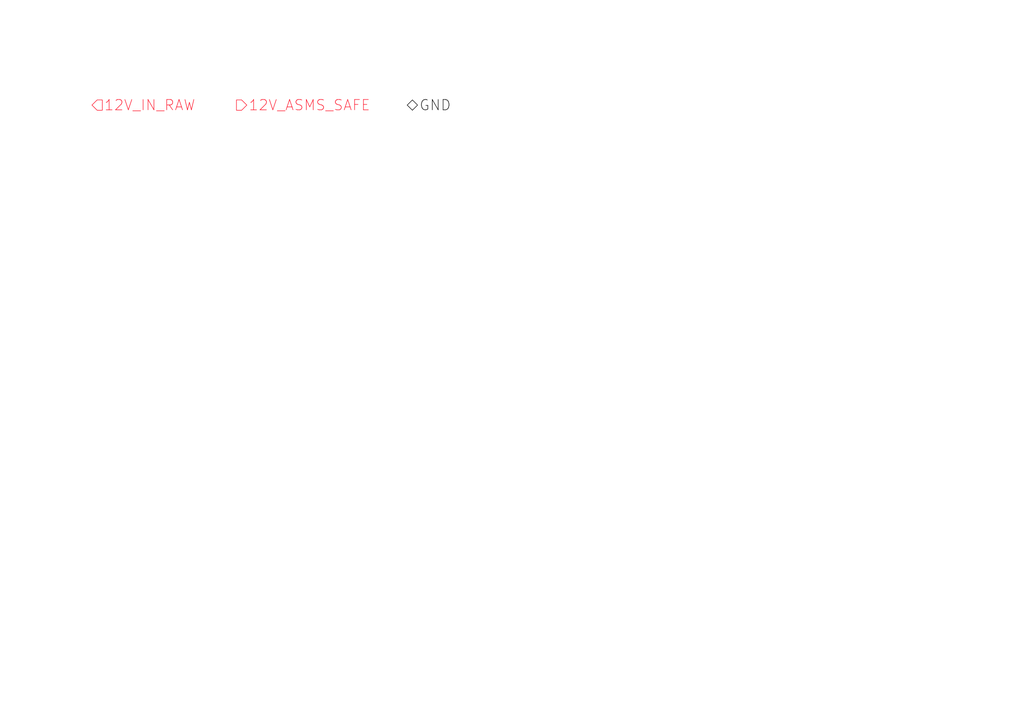
<source format=kicad_sch>
(kicad_sch
	(version 20250114)
	(generator "eeschema")
	(generator_version "9.0")
	(uuid "600cff57-f431-4da8-8921-6fed64d881dc")
	(paper "A4")
	(lib_symbols)
	(hierarchical_label "12V_ASMS_SAFE"
		(shape output)
		(at 68.58 30.48 0)
		(effects
			(font
				(size 3 3)
				(color 255 9 31 1)
			)
			(justify left)
		)
		(uuid "3b10aab3-b157-474d-9d83-abfed666e4b8")
	)
	(hierarchical_label "GND"
		(shape bidirectional)
		(at 118.11 30.48 0)
		(effects
			(font
				(size 3 3)
				(color 0 0 0 1)
			)
			(justify left)
		)
		(uuid "4495d3b3-d78b-4520-8d8f-e4d843d7c73d")
	)
	(hierarchical_label "12V_IN_RAW"
		(shape input)
		(at 26.67 30.48 0)
		(effects
			(font
				(size 3 3)
				(color 255 9 31 1)
			)
			(justify left)
		)
		(uuid "6329fc00-e7a1-4f5d-9174-c5002e468af5")
	)
)

</source>
